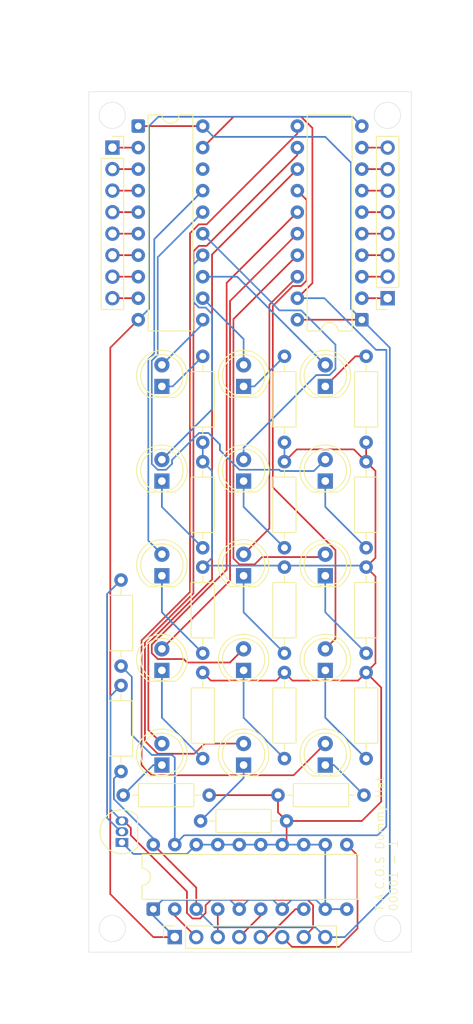
<source format=kicad_pcb>
(kicad_pcb (version 20241229) (generator "pcbnew") (generator_version "9.0")
  (layers (0 "F.Cu" signal) (2 "B.Cu" signal) (13 "F.Paste" user) (15 "B.Paste" user) (5 "F.SilkS" user "F.Silkscreen") (7 "B.SilkS" user "B.Silkscreen") (1 "F.Mask" user) (3 "B.Mask" user) (25 "Edge.Cuts" user))
  (net 0 "")
  (net 1 "I1")
  (net 2 "I0")
  (net 3 "+5V")
  (net 4 "I4")
  (net 5 "I3")
  (net 6 "I2")
  (net 7 "Net-(D6-K)")
  (net 8 "D0")
  (net 9 "D1")
  (net 10 "Net-(D7-K)")
  (net 11 "D2")
  (net 12 "Net-(D8-K)")
  (net 13 "D3")
  (net 14 "Net-(D9-K)")
  (net 15 "Net-(J2-Pin_2)")
  (net 16 "GND")
  (net 17 "Net-(J2-Pin_3)")
  (net 18 "Net-(J2-Pin_7)")
  (net 19 "Net-(J2-Pin_1)")
  (net 20 "Net-(J2-Pin_6)")
  (net 21 "Net-(J2-Pin_8)")
  (net 22 "Net-(J2-Pin_5)")
  (net 23 "Net-(J2-Pin_4)")
  (net 24 "Net-(J3-Pin_6)")
  (net 25 "Net-(J3-Pin_3)")
  (net 26 "Net-(J3-Pin_1)")
  (net 27 "Net-(J3-Pin_4)")
  (net 28 "Net-(J3-Pin_8)")
  (net 29 "Net-(J3-Pin_7)")
  (net 30 "Net-(J3-Pin_5)")
  (net 31 "Net-(J3-Pin_2)")
  (net 32 "Net-(U1-P=R)")
  (net 33 "D7")
  (net 34 "D4")
  (net 35 "D6")
  (net 36 "D5")
  (net 37 "D8")
  (net 38 "D11")
  (net 39 "D13")
  (net 40 "D9")
  (net 41 "D12")
  (net 42 "D14")
  (net 43 "D10")
  (net 44 "Net-(D1-K)")
  (net 45 "Net-(D2-K)")
  (net 46 "Net-(D3-K)")
  (net 47 "Net-(D4-K)")
  (net 48 "Net-(D5-K)")
  (net 49 "Net-(D10-K)")
  (net 50 "Net-(D11-K)")
  (net 51 "Net-(D12-K)")
  (net 52 "Net-(D13-K)")
  (net 53 "Net-(D14-K)")
  (net 54 "Net-(D15-K)")
  (net 55 "RESP")
  (net 56 "Net-(Q1-B)")
  (net 57 "D15")
  (footprint "Resistor_THT:R_Axial_DIN0207_L6.3mm_D2.5mm_P10.16mm_Horizontal" (layer "F.Cu") (at 73.914 129.54 90)
    (property "Reference" "R11" (hide yes))
    (property "Value" "R")
    (pad "1" thru_hole circle (at 0 0 90) (size 1.6 1.6) (drill 0.8) (layers "*.Cu" "*.Mask") (net 50 "Net-(D11-K)"))
    (pad "2" thru_hole circle (at 10.16 0 90) (size 1.6 1.6) (drill 0.8) (layers "*.Cu" "*.Mask") (net 16 "GND"))
  )
  (footprint "LED_THT:LED_D5.0mm" (layer "F.Cu") (at 78.74 96.774 90)
    (property "Reference" "D7" (hide yes))
    (property "Value" "LED")
    (pad "1" thru_hole rect (at 0 0 90) (size 1.8 1.8) (drill 0.9) (layers "*.Cu" "*.Mask") (net 10 "Net-(D7-K)"))
    (pad "2" thru_hole circle (at 2.54 0 90) (size 1.8 1.8) (drill 0.9) (layers "*.Cu" "*.Mask") (net 11 "D2"))
  )
  (footprint "Package_TO_SOT_THT:TO-92_Inline" (layer "F.Cu") (at 54.716 139.446 90)
    (property "Reference" "Q1" (hide yes))
    (property "Value" "PN2222A")
    (pad "1" thru_hole rect (at 0 0 90) (size 1.05 1.5) (drill 0.75) (layers "*.Cu" "*.Mask") (net 16 "GND"))
    (pad "2" thru_hole oval (at 1.27 0 90) (size 1.05 1.5) (drill 0.75) (layers "*.Cu" "*.Mask") (net 56 "Net-(Q1-B)"))
    (pad "3" thru_hole oval (at 2.54 0 90) (size 1.05 1.5) (drill 0.75) (layers "*.Cu" "*.Mask") (net 55 "RESP"))
  )
  (footprint "LED_THT:LED_D5.0mm" (layer "F.Cu") (at 59.436 107.955 90)
    (property "Reference" "D6" (hide yes))
    (property "Value" "LED")
    (pad "1" thru_hole rect (at 0 0 90) (size 1.8 1.8) (drill 0.9) (layers "*.Cu" "*.Mask") (net 7 "Net-(D6-K)"))
    (pad "2" thru_hole circle (at 2.54 0 90) (size 1.8 1.8) (drill 0.9) (layers "*.Cu" "*.Mask") (net 9 "D1"))
  )
  (footprint "Resistor_THT:R_Axial_DIN0207_L6.3mm_D2.5mm_P10.16mm_Horizontal" (layer "F.Cu") (at 64.262 129.54 90)
    (property "Reference" "R10" (hide yes))
    (property "Value" "R")
    (pad "1" thru_hole circle (at 0 0 90) (size 1.6 1.6) (drill 0.8) (layers "*.Cu" "*.Mask") (net 49 "Net-(D10-K)"))
    (pad "2" thru_hole circle (at 10.16 0 90) (size 1.6 1.6) (drill 0.8) (layers "*.Cu" "*.Mask") (net 16 "GND"))
  )
  (footprint "Resistor_THT:R_Axial_DIN0207_L6.3mm_D2.5mm_P10.16mm_Horizontal" (layer "F.Cu") (at 73.914 82.042 -90)
    (property "Reference" "R6" (hide yes))
    (property "Value" "R")
    (pad "1" thru_hole circle (at 0 0 270) (size 1.6 1.6) (drill 0.8) (layers "*.Cu" "*.Mask") (net 45 "Net-(D2-K)"))
    (pad "2" thru_hole circle (at 10.16 0 270) (size 1.6 1.6) (drill 0.8) (layers "*.Cu" "*.Mask") (net 16 "GND"))
  )
  (footprint "Connector_PinSocket_2.54mm:PinSocket_1x08_P2.54mm_Vertical" (layer "F.Cu") (at 86.106 75.184 180)
    (property "Reference" "J3" (hide yes))
    (property "Value" "Conn_01x08_Socket")
    (pad "1" thru_hole rect (at 0 0 180) (size 1.7 1.7) (drill 1) (layers "*.Cu" "*.Mask") (net 26 "Net-(J3-Pin_1)"))
    (pad "2" thru_hole circle (at 0 2.54 180) (size 1.7 1.7) (drill 1) (layers "*.Cu" "*.Mask") (net 31 "Net-(J3-Pin_2)"))
    (pad "3" thru_hole circle (at 0 5.08 180) (size 1.7 1.7) (drill 1) (layers "*.Cu" "*.Mask") (net 25 "Net-(J3-Pin_3)"))
    (pad "4" thru_hole circle (at 0 7.62 180) (size 1.7 1.7) (drill 1) (layers "*.Cu" "*.Mask") (net 27 "Net-(J3-Pin_4)"))
    (pad "5" thru_hole circle (at 0 10.16 180) (size 1.7 1.7) (drill 1) (layers "*.Cu" "*.Mask") (net 30 "Net-(J3-Pin_5)"))
    (pad "6" thru_hole circle (at 0 12.7 180) (size 1.7 1.7) (drill 1) (layers "*.Cu" "*.Mask") (net 24 "Net-(J3-Pin_6)"))
    (pad "7" thru_hole circle (at 0 15.24 180) (size 1.7 1.7) (drill 1) (layers "*.Cu" "*.Mask") (net 29 "Net-(J3-Pin_7)"))
    (pad "8" thru_hole circle (at 0 17.78 180) (size 1.7 1.7) (drill 1) (layers "*.Cu" "*.Mask") (net 28 "Net-(J3-Pin_8)"))
  )
  (footprint "Resistor_THT:R_Axial_DIN0207_L6.3mm_D2.5mm_P10.16mm_Horizontal" (layer "F.Cu") (at 54.61 131.064 90)
    (property "Reference" "R1" (hide yes))
    (property "Value" "1k")
    (pad "1" thru_hole circle (at 0 0 90) (size 1.6 1.6) (drill 0.8) (layers "*.Cu" "*.Mask") (net 3 "+5V"))
    (pad "2" thru_hole circle (at 10.16 0 90) (size 1.6 1.6) (drill 0.8) (layers "*.Cu" "*.Mask") (net 55 "RESP"))
  )
  (footprint "LED_THT:LED_D5.0mm" (layer "F.Cu") (at 59.436 85.598 90)
    (property "Reference" "D3" (hide yes))
    (property "Value" "LED")
    (pad "1" thru_hole rect (at 0 0 90) (size 1.8 1.8) (drill 0.9) (layers "*.Cu" "*.Mask") (net 46 "Net-(D3-K)"))
    (pad "2" thru_hole circle (at 2.54 0 90) (size 1.8 1.8) (drill 0.9) (layers "*.Cu" "*.Mask") (net 33 "D7"))
  )
  (footprint "Resistor_THT:R_Axial_DIN0207_L6.3mm_D2.5mm_P10.16mm_Horizontal" (layer "F.Cu") (at 64.008 136.906)
    (property "Reference" "R14" (hide yes))
    (property "Value" "R")
    (pad "1" thru_hole circle (at 0 0) (size 1.6 1.6) (drill 0.8) (layers "*.Cu" "*.Mask") (net 53 "Net-(D14-K)"))
    (pad "2" thru_hole circle (at 10.16 0) (size 1.6 1.6) (drill 0.8) (layers "*.Cu" "*.Mask") (net 16 "GND"))
  )
  (footprint "Resistor_THT:R_Axial_DIN0207_L6.3mm_D2.5mm_P10.16mm_Horizontal" (layer "F.Cu") (at 64.262 82.042 -90)
    (property "Reference" "R7" (hide yes))
    (property "Value" "R")
    (pad "1" thru_hole circle (at 0 0 270) (size 1.6 1.6) (drill 0.8) (layers "*.Cu" "*.Mask") (net 46 "Net-(D3-K)"))
    (pad "2" thru_hole circle (at 10.16 0 270) (size 1.6 1.6) (drill 0.8) (layers "*.Cu" "*.Mask") (net 16 "GND"))
  )
  (footprint "LED_THT:LED_D5.0mm" (layer "F.Cu") (at 78.74 107.955 90)
    (property "Reference" "D5" (hide yes))
    (property "Value" "LED")
    (pad "1" thru_hole rect (at 0 0 90) (size 1.8 1.8) (drill 0.9) (layers "*.Cu" "*.Mask") (net 48 "Net-(D5-K)"))
    (pad "2" thru_hole circle (at 2.54 0 90) (size 1.8 1.8) (drill 0.9) (layers "*.Cu" "*.Mask") (net 40 "D9"))
  )
  (footprint "Package_DIP:DIP-20_W7.62mm" (layer "F.Cu") (at 83.058 77.724 180)
    (property "Reference" "U3" (hide yes))
    (property "Value" "74HC245")
    (pad "1" thru_hole roundrect (at 0 0 180) (size 1.6 1.6) (drill 0.8) (layers "*.Cu" "*.Mask") (roundrect_rratio 0.15625) (net 3 "+5V"))
    (pad "2" thru_hole circle (at 0 2.54 180) (size 1.6 1.6) (drill 0.8) (layers "*.Cu" "*.Mask") (net 26 "Net-(J3-Pin_1)"))
    (pad "3" thru_hole circle (at 0 5.08 180) (size 1.6 1.6) (drill 0.8) (layers "*.Cu" "*.Mask") (net 31 "Net-(J3-Pin_2)"))
    (pad "4" thru_hole circle (at 0 7.62 180) (size 1.6 1.6) (drill 0.8) (layers "*.Cu" "*.Mask") (net 25 "Net-(J3-Pin_3)"))
    (pad "5" thru_hole circle (at 0 10.16 180) (size 1.6 1.6) (drill 0.8) (layers "*.Cu" "*.Mask") (net 27 "Net-(J3-Pin_4)"))
    (pad "6" thru_hole circle (at 0 12.7 180) (size 1.6 1.6) (drill 0.8) (layers "*.Cu" "*.Mask") (net 30 "Net-(J3-Pin_5)"))
    (pad "7" thru_hole circle (at 0 15.24 180) (size 1.6 1.6) (drill 0.8) (layers "*.Cu" "*.Mask") (net 24 "Net-(J3-Pin_6)"))
    (pad "8" thru_hole circle (at 0 17.78 180) (size 1.6 1.6) (drill 0.8) (layers "*.Cu" "*.Mask") (net 29 "Net-(J3-Pin_7)"))
    (pad "9" thru_hole circle (at 0 20.32 180) (size 1.6 1.6) (drill 0.8) (layers "*.Cu" "*.Mask") (net 28 "Net-(J3-Pin_8)"))
    (pad "10" thru_hole circle (at 0 22.86 180) (size 1.6 1.6) (drill 0.8) (layers "*.Cu" "*.Mask") (net 16 "GND"))
    (pad "11" thru_hole circle (at 7.62 22.86 180) (size 1.6 1.6) (drill 0.8) (layers "*.Cu" "*.Mask") (net 57 "D15"))
    (pad "12" thru_hole circle (at 7.62 20.32 180) (size 1.6 1.6) (drill 0.8) (layers "*.Cu" "*.Mask") (net 42 "D14"))
    (pad "13" thru_hole circle (at 7.62 17.78 180) (size 1.6 1.6) (drill 0.8) (layers "*.Cu" "*.Mask") (net 39 "D13"))
    (pad "14" thru_hole circle (at 7.62 15.24 180) (size 1.6 1.6) (drill 0.8) (layers "*.Cu" "*.Mask") (net 41 "D12"))
    (pad "15" thru_hole circle (at 7.62 12.7 180) (size 1.6 1.6) (drill 0.8) (layers "*.Cu" "*.Mask") (net 38 "D11"))
    (pad "16" thru_hole circle (at 7.62 10.16 180) (size 1.6 1.6) (drill 0.8) (layers "*.Cu" "*.Mask") (net 43 "D10"))
    (pad "17" thru_hole circle (at 7.62 7.62 180) (size 1.6 1.6) (drill 0.8) (layers "*.Cu" "*.Mask") (net 40 "D9"))
    (pad "18" thru_hole circle (at 7.62 5.08 180) (size 1.6 1.6) (drill 0.8) (layers "*.Cu" "*.Mask") (net 37 "D8"))
    (pad "19" thru_hole circle (at 7.62 2.54 180) (size 1.6 1.6) (drill 0.8) (layers "*.Cu" "*.Mask") (net 32 "Net-(U1-P=R)"))
    (pad "20" thru_hole circle (at 7.62 0 180) (size 1.6 1.6) (drill 0.8) (layers "*.Cu" "*.Mask") (net 3 "+5V"))
  )
  (footprint "Resistor_THT:R_Axial_DIN0207_L6.3mm_D2.5mm_P10.16mm_Horizontal" (layer "F.Cu") (at 83.312 133.858 180)
    (property "Reference" "R15" (hide yes))
    (property "Value" "R")
    (pad "1" thru_hole circle (at 0 0 180) (size 1.6 1.6) (drill 0.8) (layers "*.Cu" "*.Mask") (net 54 "Net-(D15-K)"))
    (pad "2" thru_hole circle (at 10.16 0 180) (size 1.6 1.6) (drill 0.8) (layers "*.Cu" "*.Mask") (net 16 "GND"))
  )
  (footprint "Resistor_THT:R_Axial_DIN0207_L6.3mm_D2.5mm_P10.16mm_Horizontal" (layer "F.Cu") (at 83.566 117.094 90)
    (property "Reference" "R9" (hide yes))
    (property "Value" "R")
    (pad "1" thru_hole circle (at 0 0 90) (size 1.6 1.6) (drill 0.8) (layers "*.Cu" "*.Mask") (net 48 "Net-(D5-K)"))
    (pad "2" thru_hole circle (at 10.16 0 90) (size 1.6 1.6) (drill 0.8) (layers "*.Cu" "*.Mask") (net 16 "GND"))
  )
  (footprint "Resistor_THT:R_Axial_DIN0207_L6.3mm_D2.5mm_P10.16mm_Horizontal" (layer "F.Cu") (at 73.914 104.648 90)
    (property "Reference" "R3" (hide yes))
    (property "Value" "R")
    (pad "1" thru_hole circle (at 0 0 90) (size 1.6 1.6) (drill 0.8) (layers "*.Cu" "*.Mask") (net 12 "Net-(D8-K)"))
    (pad "2" thru_hole circle (at 10.16 0 90) (size 1.6 1.6) (drill 0.8) (layers "*.Cu" "*.Mask") (net 16 "GND"))
  )
  (footprint "LED_THT:LED_D5.0mm" (layer "F.Cu") (at 69.088 96.774 90)
    (property "Reference" "D8" (hide yes))
    (property "Value" "LED")
    (pad "1" thru_hole rect (at 0 0 90) (size 1.8 1.8) (drill 0.9) (layers "*.Cu" "*.Mask") (net 12 "Net-(D8-K)"))
    (pad "2" thru_hole circle (at 2.54 0 90) (size 1.8 1.8) (drill 0.9) (layers "*.Cu" "*.Mask") (net 13 "D3"))
  )
  (footprint "Resistor_THT:R_Axial_DIN0207_L6.3mm_D2.5mm_P10.16mm_Horizontal" (layer "F.Cu") (at 64.262 117.094 90)
    (property "Reference" "R16" (hide yes))
    (property "Value" "R")
    (pad "1" thru_hole circle (at 0 0 90) (size 1.6 1.6) (drill 0.8) (layers "*.Cu" "*.Mask") (net 7 "Net-(D6-K)"))
    (pad "2" thru_hole circle (at 10.16 0 90) (size 1.6 1.6) (drill 0.8) (layers "*.Cu" "*.Mask") (net 16 "GND"))
  )
  (footprint "Resistor_THT:R_Axial_DIN0207_L6.3mm_D2.5mm_P10.16mm_Horizontal" (layer "F.Cu") (at 64.262 104.653 90)
    (property "Reference" "R4" (hide yes))
    (property "Value" "R")
    (pad "1" thru_hole circle (at 0 0 90) (size 1.6 1.6) (drill 0.8) (layers "*.Cu" "*.Mask") (net 14 "Net-(D9-K)"))
    (pad "2" thru_hole circle (at 10.16 0 90) (size 1.6 1.6) (drill 0.8) (layers "*.Cu" "*.Mask") (net 16 "GND"))
  )
  (footprint "Resistor_THT:R_Axial_DIN0207_L6.3mm_D2.5mm_P10.16mm_Horizontal" (layer "F.Cu") (at 54.61 118.618 90)
    (property "Reference" "R2" (hide yes))
    (property "Value" "1k")
    (pad "1" thru_hole circle (at 0 0 90) (size 1.6 1.6) (drill 0.8) (layers "*.Cu" "*.Mask") (net 32 "Net-(U1-P=R)"))
    (pad "2" thru_hole circle (at 10.16 0 90) (size 1.6 1.6) (drill 0.8) (layers "*.Cu" "*.Mask") (net 56 "Net-(Q1-B)"))
  )
  (footprint "LED_THT:LED_D5.0mm" (layer "F.Cu") (at 59.436 119.126 90)
    (property "Reference" "D10" (hide yes))
    (property "Value" "LED")
    (pad "1" thru_hole rect (at 0 0 90) (size 1.8 1.8) (drill 0.9) (layers "*.Cu" "*.Mask") (net 49 "Net-(D10-K)"))
    (pad "2" thru_hole circle (at 2.54 0 90) (size 1.8 1.8) (drill 0.9) (layers "*.Cu" "*.Mask") (net 43 "D10"))
  )
  (footprint "Resistor_THT:R_Axial_DIN0207_L6.3mm_D2.5mm_P10.16mm_Horizontal" (layer "F.Cu") (at 83.566 129.54 90)
    (property "Reference" "R12" (hide yes))
    (property "Value" "R")
    (pad "1" thru_hole circle (at 0 0 90) (size 1.6 1.6) (drill 0.8) (layers "*.Cu" "*.Mask") (net 51 "Net-(D12-K)"))
    (pad "2" thru_hole circle (at 10.16 0 90) (size 1.6 1.6) (drill 0.8) (layers "*.Cu" "*.Mask") (net 16 "GND"))
  )
  (footprint "LED_THT:LED_D5.0mm" (layer "F.Cu") (at 78.74 119.126 90)
    (property "Reference" "D12" (hide yes))
    (property "Value" "LED")
    (pad "1" thru_hole rect (at 0 0 90) (size 1.8 1.8) (drill 0.9) (layers "*.Cu" "*.Mask") (net 51 "Net-(D12-K)"))
    (pad "2" thru_hole circle (at 2.54 0 90) (size 1.8 1.8) (drill 0.9) (layers "*.Cu" "*.Mask") (net 41 "D12"))
  )
  (footprint "LED_THT:LED_D5.0mm" (layer "F.Cu") (at 59.436 96.779 90)
    (property "Reference" "D9" (hide yes))
    (property "Value" "LED")
    (pad "1" thru_hole rect (at 0 0 90) (size 1.8 1.8) (drill 0.9) (layers "*.Cu" "*.Mask") (net 14 "Net-(D9-K)"))
    (pad "2" thru_hole circle (at 2.54 0 90) (size 1.8 1.8) (drill 0.9) (layers "*.Cu" "*.Mask") (net 34 "D4"))
  )
  (footprint "Resistor_THT:R_Axial_DIN0207_L6.3mm_D2.5mm_P10.16mm_Horizontal" (layer "F.Cu") (at 83.566 104.648 90)
    (property "Reference" "R17" (hide yes))
    (property "Value" "R")
    (pad "1" thru_hole circle (at 0 0 90) (size 1.6 1.6) (drill 0.8) (layers "*.Cu" "*.Mask") (net 10 "Net-(D7-K)"))
    (pad "2" thru_hole circle (at 10.16 0 90) (size 1.6 1.6) (drill 0.8) (layers "*.Cu" "*.Mask") (net 16 "GND"))
  )
  (footprint "LED_THT:LED_D5.0mm" (layer "F.Cu") (at 78.74 85.598 90)
    (property "Reference" "D1" (hide yes))
    (property "Value" "LED")
    (pad "1" thru_hole rect (at 0 0 90) (size 1.8 1.8) (drill 0.9) (layers "*.Cu" "*.Mask") (net 44 "Net-(D1-K)"))
    (pad "2" thru_hole circle (at 2.54 0 90) (size 1.8 1.8) (drill 0.9) (layers "*.Cu" "*.Mask") (net 36 "D5"))
  )
  (footprint "LED_THT:LED_D5.0mm" (layer "F.Cu") (at 69.088 119.126 90)
    (property "Reference" "D11" (hide yes))
    (property "Value" "LED")
    (pad "1" thru_hole rect (at 0 0 90) (size 1.8 1.8) (drill 0.9) (layers "*.Cu" "*.Mask") (net 50 "Net-(D11-K)"))
    (pad "2" thru_hole circle (at 2.54 0 90) (size 1.8 1.8) (drill 0.9) (layers "*.Cu" "*.Mask") (net 38 "D11"))
  )
  (footprint "LED_THT:LED_D5.0mm" (layer "F.Cu") (at 78.74 130.307 90)
    (property "Reference" "D15" (hide yes))
    (property "Value" "LED")
    (pad "1" thru_hole rect (at 0 0 90) (size 1.8 1.8) (drill 0.9) (layers "*.Cu" "*.Mask") (net 54 "Net-(D15-K)"))
    (pad "2" thru_hole circle (at 2.54 0 90) (size 1.8 1.8) (drill 0.9) (layers "*.Cu" "*.Mask") (net 57 "D15"))
  )
  (footprint "LED_THT:LED_D5.0mm" (layer "F.Cu") (at 69.088 107.955 90)
    (property "Reference" "D4" (hide yes))
    (property "Value" "LED")
    (pad "1" thru_hole rect (at 0 0 90) (size 1.8 1.8) (drill 0.9) (layers "*.Cu" "*.Mask") (net 47 "Net-(D4-K)"))
    (pad "2" thru_hole circle (at 2.54 0 90) (size 1.8 1.8) (drill 0.9) (layers "*.Cu" "*.Mask") (net 37 "D8"))
  )
  (footprint "Connector_PinSocket_2.54mm:PinSocket_1x08_P2.54mm_Vertical" (layer "F.Cu") (at 53.594 57.404)
    (property "Reference" "J2" (hide yes))
    (property "Value" "Conn_01x08_Socket")
    (pad "1" thru_hole rect (at 0 0) (size 1.7 1.7) (drill 1) (layers "*.Cu" "*.Mask") (net 19 "Net-(J2-Pin_1)"))
    (pad "2" thru_hole circle (at 0 2.54) (size 1.7 1.7) (drill 1) (layers "*.Cu" "*.Mask") (net 15 "Net-(J2-Pin_2)"))
    (pad "3" thru_hole circle (at 0 5.08) (size 1.7 1.7) (drill 1) (layers "*.Cu" "*.Mask") (net 17 "Net-(J2-Pin_3)"))
    (pad "4" thru_hole circle (at 0 7.62) (size 1.7 1.7) (drill 1) (layers "*.Cu" "*.Mask") (net 23 "Net-(J2-Pin_4)"))
    (pad "5" thru_hole circle (at 0 10.16) (size 1.7 1.7) (drill 1) (layers "*.Cu" "*.Mask") (net 22 "Net-(J2-Pin_5)"))
    (pad "6" thru_hole circle (at 0 12.7) (size 1.7 1.7) (drill 1) (layers "*.Cu" "*.Mask") (net 20 "Net-(J2-Pin_6)"))
    (pad "7" thru_hole circle (at 0 15.24) (size 1.7 1.7) (drill 1) (layers "*.Cu" "*.Mask") (net 18 "Net-(J2-Pin_7)"))
    (pad "8" thru_hole circle (at 0 17.78) (size 1.7 1.7) (drill 1) (layers "*.Cu" "*.Mask") (net 21 "Net-(J2-Pin_8)"))
  )
  (footprint "LED_THT:LED_D5.0mm" (layer "F.Cu") (at 69.088 130.307 90)
    (property "Reference" "D14" (hide yes))
    (property "Value" "LED")
    (pad "1" thru_hole rect (at 0 0 90) (size 1.8 1.8) (drill 0.9) (layers "*.Cu" "*.Mask") (net 53 "Net-(D14-K)"))
    (pad "2" thru_hole circle (at 2.54 0 90) (size 1.8 1.8) (drill 0.9) (layers "*.Cu" "*.Mask") (net 42 "D14"))
  )
  (footprint "LED_THT:LED_D5.0mm" (layer "F.Cu") (at 69.088 85.598 90)
    (property "Reference" "D2" (hide yes))
    (property "Value" "LED")
    (pad "1" thru_hole rect (at 0 0 90) (size 1.8 1.8) (drill 0.9) (layers "*.Cu" "*.Mask") (net 45 "Net-(D2-K)"))
    (pad "2" thru_hole circle (at 2.54 0 90) (size 1.8 1.8) (drill 0.9) (layers "*.Cu" "*.Mask") (net 35 "D6"))
  )
  (footprint "Resistor_THT:R_Axial_DIN0207_L6.3mm_D2.5mm_P10.16mm_Horizontal" (layer "F.Cu") (at 54.864 133.858)
    (property "Reference" "R13" (hide yes))
    (property "Value" "R")
    (pad "1" thru_hole circle (at 0 0) (size 1.6 1.6) (drill 0.8) (layers "*.Cu" "*.Mask") (net 52 "Net-(D13-K)"))
    (pad "2" thru_hole circle (at 10.16 0) (size 1.6 1.6) (drill 0.8) (layers "*.Cu" "*.Mask") (net 16 "GND"))
  )
  (footprint "Connector_PinSocket_2.54mm:PinSocket_1x08_P2.54mm_Vertical" (layer "F.Cu") (at 60.956987 150.618987 90)
    (property "Reference" "J1" (hide yes))
    (property "Value" "Conn_01x08_Socket")
    (pad "1" thru_hole rect (at 0 0 90) (size 1.7 1.7) (drill 1) (layers "*.Cu" "*.Mask") (net 16 "GND"))
    (pad "2" thru_hole circle (at 0 2.54 90) (size 1.7 1.7) (drill 1) (layers "*.Cu" "*.Mask") (net 2 "I0"))
    (pad "3" thru_hole circle (at 0 5.08 90) (size 1.7 1.7) (drill 1) (layers "*.Cu" "*.Mask") (net 1 "I1"))
    (pad "4" thru_hole circle (at 0 7.62 90) (size 1.7 1.7) (drill 1) (layers "*.Cu" "*.Mask") (net 6 "I2"))
    (pad "5" thru_hole circle (at 0 10.16 90) (size 1.7 1.7) (drill 1) (layers "*.Cu" "*.Mask") (net 5 "I3"))
    (pad "6" thru_hole circle (at 0 12.7 90) (size 1.7 1.7) (drill 1) (layers "*.Cu" "*.Mask") (net 4 "I4"))
    (pad "7" thru_hole circle (at 0 15.24 90) (size 1.7 1.7) (drill 1) (layers "*.Cu" "*.Mask") (net 55 "RESP"))
    (pad "8" thru_hole circle (at 0 17.78 90) (size 1.7 1.7) (drill 1) (layers "*.Cu" "*.Mask") (net 3 "+5V"))
  )
  (footprint "Resistor_THT:R_Axial_DIN0207_L6.3mm_D2.5mm_P10.16mm_Horizontal" (layer "F.Cu") (at 73.914 117.094 90)
    (property "Reference" "R8" (hide yes))
    (property "Value" "R")
    (pad "1" thru_hole circle (at 0 0 90) (size 1.6 1.6) (drill 0.8) (layers "*.Cu" "*.Mask") (net 47 "Net-(D4-K)"))
    (pad "2" thru_hole circle (at 10.16 0 90) (size 1.6 1.6) (drill 0.8) (layers "*.Cu" "*.Mask") (net 16 "GND"))
  )
  (footprint "LED_THT:LED_D5.0mm" (layer "F.Cu") (at 59.436 130.307 90)
    (property "Reference" "D13" (hide yes))
    (property "Value" "LED")
    (pad "1" thru_hole rect (at 0 0 90) (size 1.8 1.8) (drill 0.9) (layers "*.Cu" "*.Mask") (net 52 "Net-(D13-K)"))
    (pad "2" thru_hole circle (at 2.54 0 90) (size 1.8 1.8) (drill 0.9) (layers "*.Cu" "*.Mask") (net 39 "D13"))
  )
  (footprint "Package_DIP:DIP-20_W7.62mm" (layer "F.Cu") (at 56.642 54.864)
    (property "Reference" "U2" (hide yes))
    (property "Value" "74HC245")
    (pad "1" thru_hole roundrect (at 0 0) (size 1.6 1.6) (drill 0.8) (layers "*.Cu" "*.Mask") (roundrect_rratio 0.15625) (net 3 "+5V"))
    (pad "2" thru_hole circle (at 0 2.54) (size 1.6 1.6) (drill 0.8) (layers "*.Cu" "*.Mask") (net 19 "Net-(J2-Pin_1)"))
    (pad "3" thru_hole circle (at 0 5.08) (size 1.6 1.6) (drill 0.8) (layers "*.Cu" "*.Mask") (net 15 "Net-(J2-Pin_2)"))
    (pad "4" thru_hole circle (at 0 7.62) (size 1.6 1.6) (drill 0.8) (layers "*.Cu" "*.Mask") (net 17 "Net-(J2-Pin_3)"))
    (pad "5" thru_hole circle (at 0 10.16) (size 1.6 1.6) (drill 0.8) (layers "*.Cu" "*.Mask") (net 23 "Net-(J2-Pin_4)"))
    (pad "6" thru_hole circle (at 0 12.7) (size 1.6 1.6) (drill 0.8) (layers "*.Cu" "*.Mask") (net 22 "Net-(J2-Pin_5)"))
    (pad "7" thru_hole circle (at 0 15.24) (size 1.6 1.6) (drill 0.8) (layers "*.Cu" "*.Mask") (net 20 "Net-(J2-Pin_6)"))
    (pad "8" thru_hole circle (at 0 17.78) (size 1.6 1.6) (drill 0.8) (layers "*.Cu" "*.Mask") (net 18 "Net-(J2-Pin_7)"))
    (pad "9" thru_hole circle (at 0 20.32) (size 1.6 1.6) (drill 0.8) (layers "*.Cu" "*.Mask") (net 21 "Net-(J2-Pin_8)"))
    (pad "10" thru_hole circle (at 0 22.86) (size 1.6 1.6) (drill 0.8) (layers "*.Cu" "*.Mask") (net 16 "GND"))
    (pad "11" thru_hole circle (at 7.62 22.86) (size 1.6 1.6) (drill 0.8) (layers "*.Cu" "*.Mask") (net 33 "D7"))
    (pad "12" thru_hole circle (at 7.62 20.32) (size 1.6 1.6) (drill 0.8) (layers "*.Cu" "*.Mask") (net 35 "D6"))
    (pad "13" thru_hole circle (at 7.62 17.78) (size 1.6 1.6) (drill 0.8) (layers "*.Cu" "*.Mask") (net 36 "D5"))
    (pad "14" thru_hole circle (at 7.62 15.24) (size 1.6 1.6) (drill 0.8) (layers "*.Cu" "*.Mask") (net 34 "D4"))
    (pad "15" thru_hole circle (at 7.62 12.7) (size 1.6 1.6) (drill 0.8) (layers "*.Cu" "*.Mask") (net 13 "D3"))
    (pad "16" thru_hole circle (at 7.62 10.16) (size 1.6 1.6) (drill 0.8) (layers "*.Cu" "*.Mask") (net 11 "D2"))
    (pad "17" thru_hole circle (at 7.62 7.62) (size 1.6 1.6) (drill 0.8) (layers "*.Cu" "*.Mask") (net 9 "D1"))
    (pad "18" thru_hole circle (at 7.62 5.08) (size 1.6 1.6) (drill 0.8) (layers "*.Cu" "*.Mask") (net 8 "D0"))
    (pad "19" thru_hole circle (at 7.62 2.54) (size 1.6 1.6) (drill 0.8) (layers "*.Cu" "*.Mask") (net 32 "Net-(U1-P=R)"))
    (pad "20" thru_hole circle (at 7.62 0) (size 1.6 1.6) (drill 0.8) (layers "*.Cu" "*.Mask") (net 3 "+5V"))
  )
  (footprint "Resistor_THT:R_Axial_DIN0207_L6.3mm_D2.5mm_P10.16mm_Horizontal" (layer "F.Cu") (at 83.566 82.042 -90)
    (property "Reference" "R5" (hide yes))
    (property "Value" "R")
    (pad "1" thru_hole circle (at 0 0 270) (size 1.6 1.6) (drill 0.8) (layers "*.Cu" "*.Mask") (net 44 "Net-(D1-K)"))
    (pad "2" thru_hole circle (at 10.16 0 270) (size 1.6 1.6) (drill 0.8) (layers "*.Cu" "*.Mask") (net 16 "GND"))
  )
  (footprint "Package_DIP:DIP-20_W7.62mm" (layer "F.Cu") (at 58.416987 147.316987 90)
    (property "Reference" "U1" (hide yes))
    (property "Value" "74HC688")
    (pad "1" thru_hole roundrect (at 0 0 90) (size 1.6 1.6) (drill 0.8) (layers "*.Cu" "*.Mask") (roundrect_rratio 0.15625) (net 16 "GND"))
    (pad "2" thru_hole circle (at 0 2.54 90) (size 1.6 1.6) (drill 0.8) (layers "*.Cu" "*.Mask") (net 2 "I0"))
    (pad "3" thru_hole circle (at 0 5.08 90) (size 1.6 1.6) (drill 0.8) (layers "*.Cu" "*.Mask") (net 3 "+5V"))
    (pad "4" thru_hole circle (at 0 7.62 90) (size 1.6 1.6) (drill 0.8) (layers "*.Cu" "*.Mask") (net 1 "I1"))
    (pad "5" thru_hole circle (at 0 10.16 90) (size 1.6 1.6) (drill 0.8) (layers "*.Cu" "*.Mask") (net 16 "GND"))
    (pad "6" thru_hole circle (at 0 12.7 90) (size 1.6 1.6) (drill 0.8) (layers "*.Cu" "*.Mask") (net 6 "I2"))
    (pad "7" thru_hole circle (at 0 15.24 90) (size 1.6 1.6) (drill 0.8) (layers "*.Cu" "*.Mask") (net 16 "GND"))
    (pad "8" thru_hole circle (at 0 17.78 90) (size 1.6 1.6) (drill 0.8) (layers "*.Cu" "*.Mask") (net 5 "I3"))
    (pad "9" thru_hole circle (at 0 20.32 90) (size 1.6 1.6) (drill 0.8) (layers "*.Cu" "*.Mask") (net 16 "GND"))
    (pad "10" thru_hole circle (at 0 22.86 90) (size 1.6 1.6) (drill 0.8) (layers "*.Cu" "*.Mask") (net 16 "GND"))
    (pad "11" thru_hole circle (at 7.62 22.86 90) (size 1.6 1.6) (drill 0.8) (layers "*.Cu" "*.Mask") (net 4 "I4"))
    (pad "12" thru_hole circle (at 7.62 20.32 90) (size 1.6 1.6) (drill 0.8) (layers "*.Cu" "*.Mask") (net 16 "GND"))
    (pad "13" thru_hole circle (at 7.62 17.78 90) (size 1.6 1.6) (drill 0.8) (layers "*.Cu" "*.Mask") (net 16 "GND"))
    (pad "14" thru_hole circle (at 7.62 15.24 90) (size 1.6 1.6) (drill 0.8) (layers "*.Cu" "*.Mask") (net 16 "GND"))
    (pad "15" thru_hole circle (at 7.62 12.7 90) (size 1.6 1.6) (drill 0.8) (layers "*.Cu" "*.Mask") (net 16 "GND"))
    (pad "16" thru_hole circle (at 7.62 10.16 90) (size 1.6 1.6) (drill 0.8) (layers "*.Cu" "*.Mask") (net 16 "GND"))
    (pad "17" thru_hole circle (at 7.62 7.62 90) (size 1.6 1.6) (drill 0.8) (layers "*.Cu" "*.Mask") (net 16 "GND"))
    (pad "18" thru_hole circle (at 7.62 5.08 90) (size 1.6 1.6) (drill 0.8) (layers "*.Cu" "*.Mask") (net 16 "GND"))
    (pad "19" thru_hole circle (at 7.62 2.54 90) (size 1.6 1.6) (drill 0.8) (layers "*.Cu" "*.Mask") (net 32 "Net-(U1-P=R)"))
    (pad "20" thru_hole circle (at 7.62 0 90) (size 1.6 1.6) (drill 0.8) (layers "*.Cu" "*.Mask") (net 3 "+5V"))
  )
  (gr_circle (center 53.568 53.594) (end 55.118 53.594) (stroke (width 0.05)) (fill no) (layer "Edge.Cuts"))
  (gr_circle (center 53.568 149.606) (end 55.118 149.606) (stroke (width 0.05)) (fill no) (layer "Edge.Cuts"))
  (gr_circle (center 86.106 149.606) (end 87.656 149.606) (stroke (width 0.05)) (fill no) (layer "Edge.Cuts"))
  (gr_rect (start 50.8 50.8) (end 88.9 152.4) (stroke (width 0.05)) (fill no) (layer "Edge.Cuts"))
  (gr_circle (center 86.08 53.594) (end 87.63 53.594) (stroke (width 0.05)) (fill no) (layer "Edge.Cuts"))
  (gr_text "T.A.C.O.S Dummy Hat\n00001 - 1" (at 87.4014 147.6502 90) (layer "F.SilkS") (effects (font (size 1 1) (thickness 0.1)) (justify left bottom)))
  (segment (start 66.036987 150.618987) (end 66.036987 147.316987) (width 0.2) (layer "F.Cu") (net 1))
  (segment (start 60.956987 148.078987) (end 60.956987 147.316987) (width 0.2) (layer "F.Cu") (net 2))
  (segment (start 63.496987 150.618987) (end 60.956987 148.078987) (width 0.2) (layer "F.Cu") (net 2))
  (segment (start 63.496987 144.776987) (end 58.416987 139.696987) (width 0.2) (layer "F.Cu") (net 3))
  (segment (start 83.058 77.724) (end 75.438 77.724) (width 0.2) (layer "F.Cu") (net 3))
  (segment (start 56.642 54.864) (end 64.262 54.864) (width 0.2) (layer "F.Cu") (net 3))
  (segment (start 63.496987 147.316987) (end 63.496987 144.776987) (width 0.2) (layer "F.Cu") (net 3))
  (segment (start 53.763 134.31405) (end 58.416987 138.968037) (width 0.2) (layer "B.Cu") (net 3))
  (segment (start 78.74 56.134) (end 81.788 59.182) (width 0.2) (layer "B.Cu") (net 3))
  (segment (start 81.788 76.454) (end 83.058 77.724) (width 0.2) (layer "B.Cu") (net 3))
  (segment (start 81.029013 150.618987) (end 86.36 145.288) (width 0.2) (layer "B.Cu") (net 3))
  (segment (start 83.058 77.724) (end 86.36 81.026) (width 0.2) (layer "B.Cu") (net 3))
  (segment (start 65.647987 149.467987) (end 63.496987 147.316987) (width 0.2) (layer "B.Cu") (net 3))
  (segment (start 58.416987 138.968037) (end 58.416987 139.696987) (width 0.2) (layer "B.Cu") (net 3))
  (segment (start 86.36 81.026) (end 86.36 145.288) (width 0.2) (layer "B.Cu") (net 3))
  (segment (start 78.736987 150.618987) (end 77.585987 149.467987) (width 0.2) (layer "B.Cu") (net 3))
  (segment (start 64.262 54.864) (end 65.532 56.134) (width 0.2) (layer "B.Cu") (net 3))
  (segment (start 81.788 59.182) (end 81.788 76.454) (width 0.2) (layer "B.Cu") (net 3))
  (segment (start 65.532 56.134) (end 78.74 56.134) (width 0.2) (layer "B.Cu") (net 3))
  (segment (start 54.61 131.064) (end 53.763 131.911) (width 0.2) (layer "B.Cu") (net 3))
  (segment (start 53.763 131.911) (end 53.763 134.31405) (width 0.2) (layer "B.Cu") (net 3))
  (segment (start 77.585987 149.467987) (end 65.647987 149.467987) (width 0.2) (layer "B.Cu") (net 3))
  (segment (start 81.026 150.618987) (end 78.736987 150.618987) (width 0.2) (layer "B.Cu") (net 3))
  (segment (start 81.026 150.618987) (end 81.029013 150.618987) (width 0.2) (layer "B.Cu") (net 3))
  (segment (start 73.656987 150.618987) (end 74.807987 151.769987) (width 0.2) (layer "F.Cu") (net 4))
  (segment (start 82.546987 149.602987) (end 82.546987 140.966987) (width 0.2) (layer "F.Cu") (net 4))
  (segment (start 82.546987 140.966987) (end 81.276987 139.696987) (width 0.2) (layer "F.Cu") (net 4))
  (segment (start 74.807987 151.769987) (end 80.379987 151.769987) (width 0.2) (layer "F.Cu") (net 4))
  (segment (start 80.379987 151.769987) (end 82.546987 149.602987) (width 0.2) (layer "F.Cu") (net 4))
  (segment (start 75.214037 147.316987) (end 76.196987 147.316987) (width 0.2) (layer "F.Cu") (net 5))
  (segment (start 71.912037 150.618987) (end 75.214037 147.316987) (width 0.2) (layer "F.Cu") (net 5))
  (segment (start 71.116987 150.618987) (end 71.912037 150.618987) (width 0.2) (layer "F.Cu") (net 5))
  (segment (start 71.116987 148.078987) (end 71.116987 147.316987) (width 0.2) (layer "F.Cu") (net 6))
  (segment (start 68.576987 150.618987) (end 71.116987 148.078987) (width 0.2) (layer "F.Cu") (net 6))
  (segment (start 59.436 107.955) (end 59.436 112.268) (width 0.2) (layer "B.Cu") (net 7))
  (segment (start 59.436 112.268) (end 64.262 117.094) (width 0.2) (layer "B.Cu") (net 7))
  (segment (start 57.834 82.394429) (end 57.834 103.813) (width 0.2) (layer "B.Cu") (net 9))
  (segment (start 58.537529 68.208471) (end 58.537529 81.6909) (width 0.2) (layer "B.Cu") (net 9))
  (segment (start 57.834 103.813) (end 59.436 105.415) (width 0.2) (layer "B.Cu") (net 9))
  (segment (start 64.262 62.484) (end 58.537529 68.208471) (width 0.2) (layer "B.Cu") (net 9))
  (segment (start 58.537529 81.6909) (end 57.834 82.394429) (width 0.2) (layer "B.Cu") (net 9))
  (segment (start 78.74 96.774) (end 78.74 99.822) (width 0.2) (layer "B.Cu") (net 10))
  (segment (start 78.74 99.822) (end 83.566 104.648) (width 0.2) (layer "B.Cu") (net 10))
  (segment (start 66.294 92.456) (end 64.939 91.101) (width 0.2) (layer "B.Cu") (net 11))
  (segment (start 68.590529 95.435) (end 66.294 93.138471) (width 0.2) (layer "B.Cu") (net 11))
  (segment (start 58.938529 70.347471) (end 58.938529 81.857) (width 0.2) (layer "B.Cu") (net 11))
  (segment (start 58.235 94.736471) (end 58.938529 95.44) (width 0.2) (layer "B.Cu") (net 11))
  (segment (start 60.637 94.26995) (end 60.637 94.736471) (width 0.2) (layer "B.Cu") (net 11))
  (segment (start 64.939 91.101) (end 63.80595 91.101) (width 0.2) (layer "B.Cu") (net 11))
  (segment (start 66.294 93.138471) (end 66.294 92.456) (width 0.2) (layer "B.Cu") (net 11))
  (segment (start 73.30395 95.435) (end 68.590529 95.435) (width 0.2) (layer "B.Cu") (net 11))
  (segment (start 73.30395 95.435) (end 73.45795 95.589) (width 0.2) (layer "B.Cu") (net 11))
  (segment (start 58.235 82.560529) (end 58.235 94.736471) (width 0.2) (layer "B.Cu") (net 11))
  (segment (start 58.938529 81.857) (end 58.235 82.560529) (width 0.2) (layer "B.Cu") (net 11))
  (segment (start 77.385 95.589) (end 78.74 94.234) (width 0.2) (layer "B.Cu") (net 11))
  (segment (start 73.45795 95.589) (end 77.385 95.589) (width 0.2) (layer "B.Cu") (net 11))
  (segment (start 60.637 94.736471) (end 59.933471 95.44) (width 0.2) (layer "B.Cu") (net 11))
  (segment (start 64.262 65.024) (end 58.938529 70.347471) (width 0.2) (layer "B.Cu") (net 11))
  (segment (start 59.933471 95.44) (end 58.938529 95.44) (width 0.2) (layer "B.Cu") (net 11))
  (segment (start 63.80595 91.101) (end 60.637 94.26995) (width 0.2) (layer "B.Cu") (net 11))
  (segment (start 69.088 99.822) (end 73.914 104.648) (width 0.2) (layer "B.Cu") (net 12))
  (segment (start 69.088 96.774) (end 69.088 99.822) (width 0.2) (layer "B.Cu") (net 12))
  (segment (start 64.262 67.564) (end 73.321 76.623) (width 0.2) (layer "B.Cu") (net 13))
  (segment (start 75.89405 76.623) (end 79.941 80.66995) (width 0.2) (layer "B.Cu") (net 13))
  (segment (start 69.088 92.848) (end 69.088 94.234) (width 0.2) (layer "B.Cu") (net 13))
  (segment (start 79.237471 84.259) (end 77.677 84.259) (width 0.2) (layer "B.Cu") (net 13))
  (segment (start 73.321 76.623) (end 75.89405 76.623) (width 0.2) (layer "B.Cu") (net 13))
  (segment (start 79.941 80.66995) (end 79.941 83.555471) (width 0.2) (layer "B.Cu") (net 13))
  (segment (start 79.941 83.555471) (end 79.237471 84.259) (width 0.2) (layer "B.Cu") (net 13))
  (segment (start 77.677 84.259) (end 69.088 92.848) (width 0.2) (layer "B.Cu") (net 13))
  (segment (start 59.436 96.779) (end 59.436 99.827) (width 0.2) (layer "B.Cu") (net 14))
  (segment (start 59.436 99.827) (end 64.262 104.653) (width 0.2) (layer "B.Cu") (net 14))
  (segment (start 53.594 59.944) (end 56.642 59.944) (width 0.2) (layer "F.Cu") (net 15))
  (segment (start 60.956987 150.618987) (end 58.42 150.618987) (width 0.2) (layer "F.Cu") (net 16))
  (segment (start 65.209 120.327) (end 72.967 120.327) (width 0.2) (layer "F.Cu") (net 16))
  (segment (start 75.369 93.033) (end 73.914 94.488) (width 0.2) (layer "F.Cu") (net 16))
  (segment (start 74.861 120.327) (end 82.619 120.327) (width 0.2) (layer "F.Cu") (net 16))
  (segment (start 74.168 139.185974) (end 73.656987 139.696987) (width 0.2) (layer "F.Cu") (net 16))
  (segment (start 53.34 133.35) (end 53.34 81.026) (width 0.2) (layer "F.Cu") (net 16))
  (segment (start 73.152 133.858) (end 73.152 135.89) (width 0.2) (layer "F.Cu") (net 16))
  (segment (start 74.168 136.906) (end 74.168 139.185974) (width 0.2) (layer "F.Cu") (net 16))
  (segment (start 83.566 94.488) (end 82.111 93.033) (width 0.2) (layer "F.Cu") (net 16))
  (segment (start 84.667 118.279) (end 83.566 119.38) (width 0.2) (layer "F.Cu") (net 16))
  (segment (start 64.262 119.38) (end 65.209 120.327) (width 0.2) (layer "F.Cu") (net 16))
  (segment (start 53.336987 145.542) (end 53.343013 145.542) (width 0.2) (layer "F.Cu") (net 16))
  (segment (start 82.619 120.327) (end 83.566 119.38) (width 0.2) (layer "F.Cu") (net 16))
  (segment (start 84.667 105.833) (end 83.566 106.934) (width 0.2) (layer "F.Cu") (net 16))
  (segment (start 53.336987 133.353013) (end 53.34 133.35) (width 0.2) (layer "F.Cu") (net 16))
  (segment (start 85.344 134.62) (end 83.058 136.906) (width 0.2) (layer "F.Cu") (net 16))
  (segment (start 53.343013 145.542) (end 58.42 150.618987) (width 0.2) (layer "F.Cu") (net 16))
  (segment (start 73.152 135.89) (end 74.168 136.906) (width 0.2) (layer "F.Cu") (net 16))
  (segment (start 83.566 94.488) (end 84.667 95.589) (width 0.2) (layer "F.Cu") (net 16))
  (segment (start 84.667 108.035) (end 84.667 118.279) (width 0.2) (layer "F.Cu") (net 16))
  (segment (start 73.152 133.858) (end 65.024 133.858) (width 0.2) (layer "F.Cu") (net 16))
  (segment (start 83.058 136.906) (end 74.168 136.906) (width 0.2) (layer "F.Cu") (net 16))
  (segment (start 53.34 133.604) (end 53.34 133.35) (width 0.2) (layer "F.Cu") (net 16))
  (segment (start 84.667 95.589) (end 84.667 105.833) (width 0.2) (layer "F.Cu") (net 16))
  (segment (start 85.344 121.158) (end 85.344 134.62) (width 0.2) (layer "F.Cu") (net 16))
  (segment (start 83.566 106.934) (end 84.667 108.035) (width 0.2) (layer "F.Cu") (net 16))
  (segment (start 53.34 81.026) (end 56.642 77.724) (width 0.2) (layer "F.Cu") (net 16))
  (segment (start 83.566 94.488) (end 83.566 92.202) (width 0.2) (layer "F.Cu") (net 16))
  (segment (start 72.967 120.327) (end 73.914 119.38) (width 0.2) (layer "F.Cu") (net 16))
  (segment (start 83.566 119.38) (end 85.344 121.158) (width 0.2) (layer "F.Cu") (net 16))
  (segment (start 53.336987 145.542) (end 53.336987 133.353013) (width 0.2) (layer "F.Cu") (net 16))
  (segment (start 73.914 119.38) (end 74.861 120.327) (width 0.2) (layer "F.Cu") (net 16))
  (segment (start 82.111 93.033) (end 75.369 93.033) (width 0.2) (layer "F.Cu") (net 16))
  (segment (start 66.036987 139.696987) (end 63.496987 139.696987) (width 0.2) (layer "B.Cu") (net 16))
  (segment (start 64.262 94.493) (end 64.262 92.202) (width 0.2) (layer "B.Cu") (net 16))
  (segment (start 56.067987 140.797987) (end 62.395987 140.797987) (width 0.2) (layer "B.Cu") (net 16))
  (segment (start 58.416987 147.316987) (end 59.517987 146.215987) (width 0.2) (layer "B.Cu") (net 16))
  (segment (start 78.736987 147.316987) (end 78.736987 139.696987) (width 0.2) (layer "B.Cu") (net 16))
  (segment (start 74.757987 146.215987) (end 77.635987 146.215987) (width 0.2) (layer "B.Cu") (net 16))
  (segment (start 56.642 77.724) (end 57.912 76.454) (width 0.2) (layer "B.Cu") (net 16))
  (segment (start 54.716 139.446) (end 56.067987 140.797987) (width 0.2) (layer "B.Cu") (net 16))
  (segment (start 65.363 95.594) (end 65.363 105.833) (width 0.2) (layer "B.Cu") (net 16))
  (segment (start 59.013 53.763) (end 81.957 53.763) (width 0.2) (layer "B.Cu") (net 16))
  (segment (start 64.262 94.493) (end 65.363 95.594) (width 0.2) (layer "B.Cu") (net 16))
  (segment (start 76.196987 139.696987) (end 73.656987 139.696987) (width 0.2) (layer "B.Cu") (net 16))
  (segment (start 58.416987 148.078987) (end 58.416987 147.316987) (width 0.2) (layer "B.Cu") (net 16))
  (segment (start 81.957 53.763) (end 83.058 54.864) (width 0.2) (layer "B.Cu") (net 16))
  (segment (start 78.736987 139.696987) (end 76.196987 139.696987) (width 0.2) (layer "B.Cu") (net 16))
  (segment (start 78.736987 147.316987) (end 81.276987 147.316987) (width 0.2) (layer "B.Cu") (net 16))
  (segment (start 73.914 106.934) (end 74.094 106.754) (width 0.2) (layer "B.Cu") (net 16))
  (segment (start 73.734 106.754) (end 64.442 106.754) (width 0.2) (layer "B.Cu") (net 16))
  (segment (start 57.912 76.454) (end 57.912 54.864) (width 0.2) (layer "B.Cu") (net 16))
  (segment (start 69.677987 146.215987) (end 72.555987 146.215987) (width 0.2) (layer "B.Cu") (net 16))
  (segment (start 73.656987 147.316987) (end 74.757987 146.215987) (width 0.2) (layer "B.Cu") (net 16))
  (segment (start 68.576987 139.696987) (end 66.036987 139.696987) (width 0.2) (layer "B.Cu") (net 16))
  (segment (start 73.914 94.488) (end 73.914 92.202) (width 0.2) (layer "B.Cu") (net 16))
  (segment (start 60.956987 150.618987) (end 58.416987 148.078987) (width 0.2) (layer "B.Cu") (net 16))
  (segment (start 57.912 54.864) (end 59.013 53.763) (width 0.2) (layer "B.Cu") (net 16))
  (segment (start 71.116987 139.696987) (end 68.576987 139.696987) (width 0.2) (layer "B.Cu") (net 16))
  (segment (start 65.363 105.833) (end 64.262 106.934) (width 0.2) (layer "B.Cu") (net 16))
  (segment (start 62.395987 140.797987) (end 63.496987 139.696987) (width 0.2) (layer "B.Cu") (net 16))
  (segment (start 74.094 106.754) (end 83.386 106.754) (width 0.2) (layer "B.Cu") (net 16))
  (segment (start 67.475987 146.215987) (end 68.576987 147.316987) (width 0.2) (layer "B.Cu") (net 16))
  (segment (start 83.386 106.754) (end 83.566 106.934) (width 0.2) (layer "B.Cu") (net 16))
  (segment (start 72.555987 146.215987) (end 73.656987 147.316987) (width 0.2) (layer "B.Cu") (net 16))
  (segment (start 77.635987 146.215987) (end 78.736987 147.316987) (width 0.2) (layer "B.Cu") (net 16))
  (segment (start 64.442 106.754) (end 64.262 106.934) (width 0.2) (layer "B.Cu") (net 16))
  (segment (start 68.576987 147.316987) (end 69.677987 146.215987) (width 0.2) (layer "B.Cu") (net 16))
  (segment (start 59.517987 146.215987) (end 67.475987 146.215987) (width 0.2) (layer "B.Cu") (net 16))
  (segment (start 73.656987 139.696987) (end 71.116987 139.696987) (width 0.2) (layer "B.Cu") (net 16))
  (segment (start 73.914 106.934) (end 73.734 106.754) (width 0.2) (layer "B.Cu") (net 16))
  (segment (start 53.594 62.484) (end 56.642 62.484) (width 0.2) (layer "F.Cu") (net 17))
  (segment (start 53.594 72.644) (end 56.642 72.644) (width 0.2) (layer "F.Cu") (net 18))
  (segment (start 53.594 57.404) (end 56.642 57.404) (width 0.2) (layer "F.Cu") (net 19))
  (segment (start 53.594 70.104) (end 56.642 70.104) (width 0.2) (layer "F.Cu") (net 20))
  (segment (start 53.594 75.184) (end 56.642 75.184) (width 0.2) (layer "F.Cu") (net 21))
  (segment (start 53.594 67.564) (end 56.642 67.564) (width 0.2) (layer "F.Cu") (net 22))
  (segment (start 53.594 65.024) (end 56.642 65.024) (width 0.2) (layer "F.Cu") (net 23))
  (segment (start 83.058 62.484) (end 86.106 62.484) (width 0.2) (layer "F.Cu") (net 24))
  (segment (start 86.106 70.104) (end 83.058 70.104) (width 0.2) (layer "F.Cu") (net 25))
  (segment (start 86.106 75.184) (end 83.058 75.184) (width 0.2) (layer "F.Cu") (net 26))
  (segment (start 83.058 67.564) (end 86.106 67.564) (width 0.2) (layer "F.Cu") (net 27))
  (segment (start 86.106 57.404) (end 83.058 57.404) (width 0.2) (layer "F.Cu") (net 28))
  (segment (start 86.106 59.944) (end 83.058 59.944) (width 0.2) (layer "F.Cu") (net 29))
  (segment (start 86.106 65.024) (end 83.058 65.024) (width 0.2) (layer "F.Cu") (net 30))
  (segment (start 83.058 72.644) (end 86.106 72.644) (width 0.2) (layer "F.Cu") (net 31))
  (segment (start 77.216 55.08495) (end 75.89405 53.763) (width 0.2) (layer "F.Cu") (net 32))
  (segment (start 75.438 75.184) (end 77.216 73.406) (width 0.2) (layer "F.Cu") (net 32))
  (segment (start 77.216 73.406) (end 77.216 55.08495) (width 0.2) (layer "F.Cu") (net 32))
  (segment (start 67.903 53.763) (end 64.262 57.404) (width 0.2) (layer "F.Cu") (net 32))
  (segment (start 75.89405 53.763) (end 67.903 53.763) (width 0.2) (layer "F.Cu") (net 32))
  (segment (start 54.61 118.618) (end 55.88 119.888) (width 0.2) (layer "B.Cu") (net 32))
  (segment (start 60.956987 139.696987) (end 62.057987 138.595987) (width 0.2) (layer "B.Cu") (net 32))
  (segment (start 85.955987 124.610013) (end 85.959 124.607) (width 0.2) (layer "B.Cu") (net 32))
  (segment (start 85.959 124.607) (end 85.959 81.28) (width 0.2) (layer "B.Cu") (net 32))
  (segment (start 55.88 119.888) (end 55.88 126.751) (width 0.2) (layer "B.Cu") (net 32))
  (segment (start 84.917987 138.595987) (end 85.955987 137.557987) (width 0.2) (layer "B.Cu") (net 32))
  (segment (start 58.235 129.106) (end 60.637 129.106) (width 0.2) (layer "B.Cu") (net 32))
  (segment (start 55.88 126.751) (end 58.235 129.106) (width 0.2) (layer "B.Cu") (net 32))
  (segment (start 85.955987 137.557987) (end 85.955987 124.610013) (width 0.2) (layer "B.Cu") (net 32))
  (segment (start 62.057987 138.595987) (end 84.917987 138.595987) (width 0.2) (layer "B.Cu") (net 32))
  (segment (start 60.637 129.106) (end 60.956987 129.425987) (width 0.2) (layer "B.Cu") (net 32))
  (segment (start 60.956987 129.425987) (end 60.956987 139.696987) (width 0.2) (layer "B.Cu") (net 32))
  (segment (start 84.72784 81.28) (end 78.63184 75.184) (width 0.2) (layer "B.Cu") (net 32))
  (segment (start 85.959 81.28) (end 84.72784 81.28) (width 0.2) (layer "B.Cu") (net 32))
  (segment (start 78.63184 75.184) (end 75.438 75.184) (width 0.2) (layer "B.Cu") (net 32))
  (segment (start 64.262 78.232) (end 59.436 83.058) (width 0.2) (layer "B.Cu") (net 33))
  (segment (start 64.262 77.724) (end 64.262 78.232) (width 0.2) (layer "B.Cu") (net 33))
  (segment (start 65.363 88.312) (end 59.436 94.239) (width 0.2) (layer "B.Cu") (net 34))
  (segment (start 64.262 70.104) (end 63.161 71.205) (width 0.2) (layer "B.Cu") (net 34))
  (segment (start 63.80595 76.285) (end 64.601 76.285) (width 0.2) (layer "B.Cu") (net 34))
  (segment (start 63.161 71.205) (end 63.161 75.64005) (width 0.2) (layer "B.Cu") (net 34))
  (segment (start 64.601 76.285) (end 65.363 77.047) (width 0.2) (layer "B.Cu") (net 34))
  (segment (start 63.161 75.64005) (end 63.80595 76.285) (width 0.2) (layer "B.Cu") (net 34))
  (segment (start 65.363 77.047) (end 65.363 88.312) (width 0.2) (layer "B.Cu") (net 34))
  (segment (start 64.262 75.184) (end 69.088 80.01) (width 0.2) (layer "B.Cu") (net 35))
  (segment (start 69.088 80.01) (end 69.088 83.058) (width 0.2) (layer "B.Cu") (net 35))
  (segment (start 68.326 72.644) (end 78.74 83.058) (width 0.2) (layer "B.Cu") (net 36))
  (segment (start 64.262 72.644) (end 68.326 72.644) (width 0.2) (layer "B.Cu") (net 36))
  (segment (start 72.136 75.946) (end 72.136 102.367) (width 0.2) (layer "F.Cu") (net 37))
  (segment (start 75.438 72.644) (end 72.136 75.946) (width 0.2) (layer "F.Cu") (net 37))
  (segment (start 72.136 102.367) (end 69.088 105.415) (width 0.2) (layer "F.Cu") (net 37))
  (segment (start 62.01195 117.787) (end 62.41995 118.195) (width 0.2) (layer "F.Cu") (net 38))
  (segment (start 67.479 118.195) (end 69.088 116.586) (width 0.2) (layer "F.Cu") (net 38))
  (segment (start 67.085 73.377) (end 67.085 107.238529) (width 0.2) (layer "F.Cu") (net 38))
  (segment (start 62.41995 118.195) (end 67.479 118.195) (width 0.2) (layer "F.Cu") (net 38))
  (segment (start 58.235 116.088529) (end 58.235 117.083471) (width 0.2) (layer "F.Cu") (net 38))
  (segment (start 58.235 117.083471) (end 58.938529 117.787) (width 0.2) (layer "F.Cu") (net 38))
  (segment (start 75.438 65.024) (end 67.085 73.377) (width 0.2) (layer "F.Cu") (net 38))
  (segment (start 58.938529 117.787) (end 62.01195 117.787) (width 0.2) (layer "F.Cu") (net 38))
  (segment (start 67.085 107.238529) (end 58.235 116.088529) (width 0.2) (layer "F.Cu") (net 38))
  (segment (start 75.438 59.944) (end 65.363 70.019) (width 0.2) (layer "F.Cu") (net 39))
  (segment (start 65.363 108.393429) (end 57.834 115.922429) (width 0.2) (layer "F.Cu") (net 39))
  (segment (start 57.834 126.165) (end 59.436 127.767) (width 0.2) (layer "F.Cu") (net 39))
  (segment (start 57.834 115.922429) (end 57.834 126.165) (width 0.2) (layer "F.Cu") (net 39))
  (segment (start 65.363 70.019) (end 65.363 108.393429) (width 0.2) (layer "F.Cu") (net 39))
  (segment (start 75.438 70.104) (end 67.887 77.655) (width 0.2) (layer "F.Cu") (net 40))
  (segment (start 67.887 77.655) (end 67.887 105.912471) (width 0.2) (layer "F.Cu") (net 40))
  (segment (start 71.25595 105.749) (end 78.406 105.749) (width 0.2) (layer "F.Cu") (net 40))
  (segment (start 70.38895 106.616) (end 71.25595 105.749) (width 0.2) (layer "F.Cu") (net 40))
  (segment (start 67.887 105.912471) (end 68.590529 106.616) (width 0.2) (layer "F.Cu") (net 40))
  (segment (start 68.590529 106.616) (end 70.38895 106.616) (width 0.2) (layer "F.Cu") (net 40))
  (segment (start 78.406 105.749) (end 78.74 105.415) (width 0.2) (layer "F.Cu") (net 40))
  (segment (start 76.539 73.10005) (end 75.89405 73.745) (width 0.2) (layer "F.Cu") (net 41))
  (segment (start 72.537 76.1121) (end 72.537 97.513529) (width 0.2) (layer "F.Cu") (net 41))
  (segment (start 75.89405 73.745) (end 74.9041 73.745) (width 0.2) (layer "F.Cu") (net 41))
  (segment (start 76.539 63.585) (end 76.539 73.10005) (width 0.2) (layer "F.Cu") (net 41))
  (segment (start 79.941 104.917529) (end 79.941 115.385) (width 0.2) (layer "F.Cu") (net 41))
  (segment (start 79.941 115.385) (end 78.74 116.586) (width 0.2) (layer "F.Cu") (net 41))
  (segment (start 75.438 62.484) (end 76.539 63.585) (width 0.2) (layer "F.Cu") (net 41))
  (segment (start 72.537 97.513529) (end 79.941 104.917529) (width 0.2) (layer "F.Cu") (net 41))
  (segment (start 74.9041 73.745) (end 72.537 76.1121) (width 0.2) (layer "F.Cu") (net 41))
  (segment (start 64.47795 127.767) (end 69.088 127.767) (width 0.2) (layer "F.Cu") (net 42))
  (segment (start 64.71805 69.003) (end 63.80595 69.003) (width 0.2) (layer "F.Cu") (net 42))
  (segment (start 75.438 58.28305) (end 64.71805 69.003) (width 0.2) (layer "F.Cu") (net 42))
  (segment (start 57.433 115.756329) (end 57.433 127.462471) (width 0.2) (layer "F.Cu") (net 42))
  (segment (start 75.438 57.404) (end 75.438 58.28305) (width 0.2) (layer "F.Cu") (net 42))
  (segment (start 63.27695 128.968) (end 64.47795 127.767) (width 0.2) (layer "F.Cu") (net 42))
  (segment (start 63.80595 69.003) (end 63.161 69.64795) (width 0.2) (layer "F.Cu") (net 42))
  (segment (start 63.161 69.64795) (end 63.161 110.028329) (width 0.2) (layer "F.Cu") (net 42))
  (segment (start 57.433 127.462471) (end 58.938529 128.968) (width 0.2) (layer "F.Cu") (net 42))
  (segment (start 58.938529 128.968) (end 63.27695 128.968) (width 0.2) (layer "F.Cu") (net 42))
  (segment (start 63.161 110.028329) (end 57.433 115.756329) (width 0.2) (layer "F.Cu") (net 42))
  (segment (start 67.486 108.536) (end 59.436 116.586) (width 0.2) (layer "F.Cu") (net 43))
  (segment (start 75.438 67.564) (end 67.486 75.516) (width 0.2) (layer "F.Cu") (net 43))
  (segment (start 67.486 75.516) (end 67.486 108.536) (width 0.2) (layer "F.Cu") (net 43))
  (segment (start 82.296 82.042) (end 78.74 85.598) (width 0.2) (layer "F.Cu") (net 44))
  (segment (start 83.566 82.042) (end 82.296 82.042) (width 0.2) (layer "F.Cu") (net 44))
  (segment (start 69.088 85.598) (end 70.358 85.598) (width 0.2) (layer "B.Cu") (net 45))
  (segment (start 70.358 85.598) (end 73.914 82.042) (width 0.2) (layer "B.Cu") (net 45))
  (segment (start 59.436 85.598) (end 60.706 85.598) (width 0.2) (layer "B.Cu") (net 46))
  (segment (start 60.706 85.598) (end 64.262 82.042) (width 0.2) (layer "B.Cu") (net 46))
  (segment (start 69.088 107.955) (end 69.088 112.268) (width 0.2) (layer "B.Cu") (net 47))
  (segment (start 69.088 112.268) (end 73.914 117.094) (width 0.2) (layer "B.Cu") (net 47))
  (segment (start 78.74 107.955) (end 78.74 112.268) (width 0.2) (layer "B.Cu") (net 48))
  (segment (start 78.74 112.268) (end 83.566 117.094) (width 0.2) (layer "B.Cu") (net 48))
  (segment (start 59.436 119.126) (end 59.436 124.714) (width 0.2) (layer "B.Cu") (net 49))
  (segment (start 59.436 124.714) (end 64.262 129.54) (width 0.2) (layer "B.Cu") (net 49))
  (segment (start 69.088 124.714) (end 73.914 129.54) (width 0.2) (layer "B.Cu") (net 50))
  (segment (start 69.088 119.126) (end 69.088 124.714) (width 0.2) (layer "B.Cu") (net 50))
  (segment (start 78.74 119.126) (end 78.74 124.714) (width 0.2) (layer "B.Cu") (net 51))
  (segment (start 78.74 124.714) (end 83.566 129.54) (width 0.2) (layer "B.Cu") (net 51))
  (segment (start 59.436 130.307) (end 58.415 130.307) (width 0.2) (layer "B.Cu") (net 52))
  (segment (start 58.415 130.307) (end 54.864 133.858) (width 0.2) (layer "B.Cu") (net 52))
  (segment (start 69.088 131.826) (end 64.008 136.906) (width 0.2) (layer "B.Cu") (net 53))
  (segment (start 69.088 130.307) (end 69.088 131.826) (width 0.2) (layer "B.Cu") (net 53))
  (segment (start 78.74 130.307) (end 79.761 130.307) (width 0.2) (layer "B.Cu") (net 54))
  (segment (start 79.761 130.307) (end 83.312 133.858) (width 0.2) (layer "B.Cu") (net 54))
  (segment (start 63.040937 148.417987) (end 62.395987 147.773037) (width 0.2) (layer "F.Cu") (net 55))
  (segment (start 77.297987 149.517987) (end 77.297987 146.860937) (width 0.2) (layer "F.Cu") (net 55))
  (segment (start 76.653037 146.215987) (end 65.242937 146.215987) (width 0.2) (layer "F.Cu") (net 55))
  (segment (start 55.767 137.732) (end 54.941 136.906) (width 0.2) (layer "F.Cu") (net 55))
  (segment (start 63.953037 148.417987) (end 63.040937 148.417987) (width 0.2) (layer "F.Cu") (net 55))
  (segment (start 55.767 138.60405) (end 55.767 137.732) (width 0.2) (layer "F.Cu") (net 55))
  (segment (start 62.395987 147.773037) (end 62.395987 145.233037) (width 0.2) (layer "F.Cu") (net 55))
  (segment (start 77.297987 146.860937) (end 76.653037 146.215987) (width 0.2) (layer "F.Cu") (net 55))
  (segment (start 62.395987 145.233037) (end 55.767 138.60405) (width 0.2) (layer "F.Cu") (net 55))
  (segment (start 54.941 136.906) (end 54.716 136.906) (width 0.2) (layer "F.Cu") (net 55))
  (segment (start 64.597987 146.860937) (end 64.597987 147.773037) (width 0.2) (layer "F.Cu") (net 55))
  (segment (start 65.242937 146.215987) (end 64.597987 146.860937) (width 0.2) (layer "F.Cu") (net 55))
  (segment (start 76.196987 150.618987) (end 77.297987 149.517987) (width 0.2) (layer "F.Cu") (net 55))
  (segment (start 64.597987 147.773037) (end 63.953037 148.417987) (width 0.2) (layer "F.Cu") (net 55))
  (segment (start 54.61 120.904) (end 53.362 122.152) (width 0.2) (layer "B.Cu") (net 55))
  (segment (start 53.362 122.152) (end 53.362 135.552) (width 0.2) (layer "B.Cu") (net 55))
  (segment (start 53.362 135.552) (end 54.716 136.906) (width 0.2) (layer "B.Cu") (net 55))
  (segment (start 54.59286 138.176) (end 52.961 136.54414) (width 0.2) (layer "B.Cu") (net 56))
  (segment (start 54.716 138.176) (end 54.59286 138.176) (width 0.2) (layer "B.Cu") (net 56))
  (segment (start 52.961 136.54414) (end 52.961 110.107) (width 0.2) (layer "B.Cu") (net 56))
  (segment (start 52.961 110.107) (end 54.61 108.458) (width 0.2) (layer "B.Cu") (net 56))
  (segment (start 75.438 55.74305) (end 64.71805 66.463) (width 0.2) (layer "F.Cu") (net 57))
  (segment (start 58.235 131.508) (end 74.999 131.508) (width 0.2) (layer "F.Cu") (net 57))
  (segment (start 63.80595 66.463) (end 62.76 67.50895) (width 0.2) (layer "F.Cu") (net 57))
  (segment (start 62.76 67.50895) (end 62.76 109.862229) (width 0.2) (layer "F.Cu") (net 57))
  (segment (start 75.438 54.864) (end 75.438 55.74305) (width 0.2) (layer "F.Cu") (net 57))
  (segment (start 62.76 109.862229) (end 57.032 115.590229) (width 0.2) (layer "F.Cu") (net 57))
  (segment (start 74.999 131.508) (end 78.74 127.767) (width 0.2) (layer "F.Cu") (net 57))
  (segment (start 64.71805 66.463) (end 63.80595 66.463) (width 0.2) (layer "F.Cu") (net 57))
  (segment (start 57.032 115.590229) (end 57.032 130.305) (width 0.2) (layer "F.Cu") (net 57))
  (segment (start 57.032 130.305) (end 58.235 131.508) (width 0.2) (layer "F.Cu") (net 57))
)
</source>
